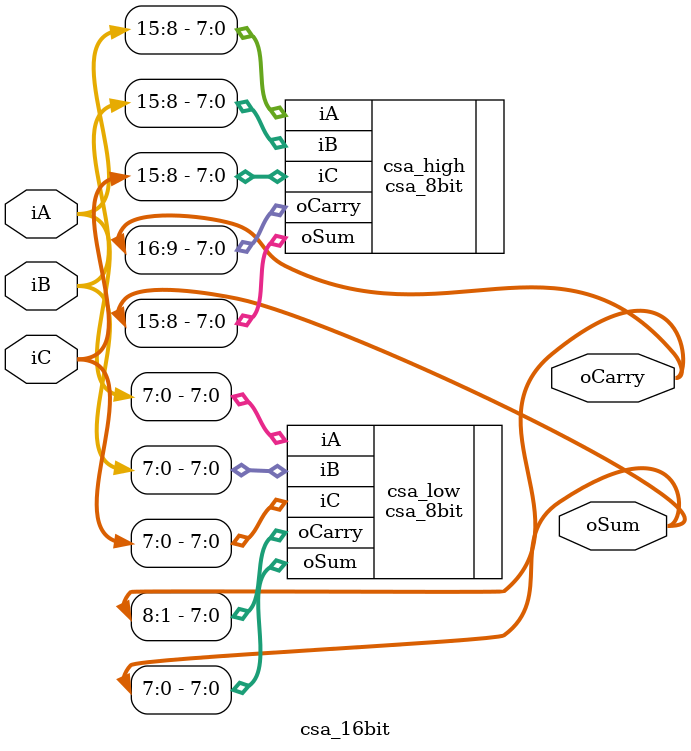
<source format=v>
`timescale 1ns / 1ps

module csa_16bit(
    input wire [15:0] iA, iB, iC,
    output wire [15:0] oSum,
    output wire [16:1] oCarry
);
    csa_8bit csa_low(
        .iA(iA[7:0]),
        .iB(iB[7:0]),
        .iC(iC[7:0]),
        .oSum(oSum[7:0]),
        .oCarry(oCarry[8:1])
    );
    
    csa_8bit csa_high(
        .iA(iA[15:8]),
        .iB(iB[15:8]),
        .iC(iC[15:8]),
        .oSum(oSum[15:8]),
        .oCarry(oCarry[16:9])
    );
endmodule
</source>
